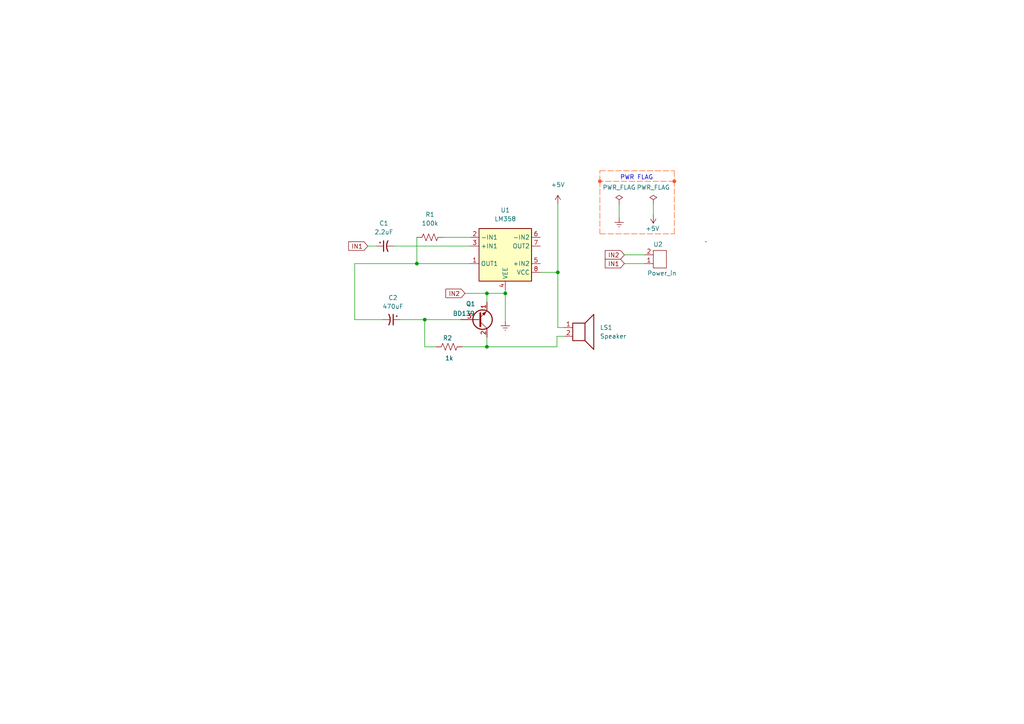
<source format=kicad_sch>
(kicad_sch (version 20211123) (generator eeschema)

  (uuid b988f54a-5f7e-4fc5-aa7f-83177b1a9fb7)

  (paper "A4")

  (title_block
    (title "LM358 Amplifier")
    (date "2022-05-15")
    (rev "v1.1")
    (company "zhrzkn")
  )

  (lib_symbols
    (symbol "Device:C_Polarized_Small_US" (pin_numbers hide) (pin_names (offset 0.254) hide) (in_bom yes) (on_board yes)
      (property "Reference" "C" (id 0) (at 0.254 1.778 0)
        (effects (font (size 1.27 1.27)) (justify left))
      )
      (property "Value" "C_Polarized_Small_US" (id 1) (at 0.254 -2.032 0)
        (effects (font (size 1.27 1.27)) (justify left))
      )
      (property "Footprint" "" (id 2) (at 0 0 0)
        (effects (font (size 1.27 1.27)) hide)
      )
      (property "Datasheet" "~" (id 3) (at 0 0 0)
        (effects (font (size 1.27 1.27)) hide)
      )
      (property "ki_keywords" "cap capacitor" (id 4) (at 0 0 0)
        (effects (font (size 1.27 1.27)) hide)
      )
      (property "ki_description" "Polarized capacitor, small US symbol" (id 5) (at 0 0 0)
        (effects (font (size 1.27 1.27)) hide)
      )
      (property "ki_fp_filters" "CP_*" (id 6) (at 0 0 0)
        (effects (font (size 1.27 1.27)) hide)
      )
      (symbol "C_Polarized_Small_US_0_1"
        (polyline
          (pts
            (xy -1.524 0.508)
            (xy 1.524 0.508)
          )
          (stroke (width 0.3048) (type default) (color 0 0 0 0))
          (fill (type none))
        )
        (polyline
          (pts
            (xy -1.27 1.524)
            (xy -0.762 1.524)
          )
          (stroke (width 0) (type default) (color 0 0 0 0))
          (fill (type none))
        )
        (polyline
          (pts
            (xy -1.016 1.27)
            (xy -1.016 1.778)
          )
          (stroke (width 0) (type default) (color 0 0 0 0))
          (fill (type none))
        )
        (arc (start 1.524 -0.762) (mid 0 -0.3734) (end -1.524 -0.762)
          (stroke (width 0.3048) (type default) (color 0 0 0 0))
          (fill (type none))
        )
      )
      (symbol "C_Polarized_Small_US_1_1"
        (pin passive line (at 0 2.54 270) (length 2.032)
          (name "~" (effects (font (size 1.27 1.27))))
          (number "1" (effects (font (size 1.27 1.27))))
        )
        (pin passive line (at 0 -2.54 90) (length 2.032)
          (name "~" (effects (font (size 1.27 1.27))))
          (number "2" (effects (font (size 1.27 1.27))))
        )
      )
    )
    (symbol "Device:R_US" (pin_numbers hide) (pin_names (offset 0)) (in_bom yes) (on_board yes)
      (property "Reference" "R" (id 0) (at 2.54 0 90)
        (effects (font (size 1.27 1.27)))
      )
      (property "Value" "R_US" (id 1) (at -2.54 0 90)
        (effects (font (size 1.27 1.27)))
      )
      (property "Footprint" "" (id 2) (at 1.016 -0.254 90)
        (effects (font (size 1.27 1.27)) hide)
      )
      (property "Datasheet" "~" (id 3) (at 0 0 0)
        (effects (font (size 1.27 1.27)) hide)
      )
      (property "ki_keywords" "R res resistor" (id 4) (at 0 0 0)
        (effects (font (size 1.27 1.27)) hide)
      )
      (property "ki_description" "Resistor, US symbol" (id 5) (at 0 0 0)
        (effects (font (size 1.27 1.27)) hide)
      )
      (property "ki_fp_filters" "R_*" (id 6) (at 0 0 0)
        (effects (font (size 1.27 1.27)) hide)
      )
      (symbol "R_US_0_1"
        (polyline
          (pts
            (xy 0 -2.286)
            (xy 0 -2.54)
          )
          (stroke (width 0) (type default) (color 0 0 0 0))
          (fill (type none))
        )
        (polyline
          (pts
            (xy 0 2.286)
            (xy 0 2.54)
          )
          (stroke (width 0) (type default) (color 0 0 0 0))
          (fill (type none))
        )
        (polyline
          (pts
            (xy 0 -0.762)
            (xy 1.016 -1.143)
            (xy 0 -1.524)
            (xy -1.016 -1.905)
            (xy 0 -2.286)
          )
          (stroke (width 0) (type default) (color 0 0 0 0))
          (fill (type none))
        )
        (polyline
          (pts
            (xy 0 0.762)
            (xy 1.016 0.381)
            (xy 0 0)
            (xy -1.016 -0.381)
            (xy 0 -0.762)
          )
          (stroke (width 0) (type default) (color 0 0 0 0))
          (fill (type none))
        )
        (polyline
          (pts
            (xy 0 2.286)
            (xy 1.016 1.905)
            (xy 0 1.524)
            (xy -1.016 1.143)
            (xy 0 0.762)
          )
          (stroke (width 0) (type default) (color 0 0 0 0))
          (fill (type none))
        )
      )
      (symbol "R_US_1_1"
        (pin passive line (at 0 3.81 270) (length 1.27)
          (name "~" (effects (font (size 1.27 1.27))))
          (number "1" (effects (font (size 1.27 1.27))))
        )
        (pin passive line (at 0 -3.81 90) (length 1.27)
          (name "~" (effects (font (size 1.27 1.27))))
          (number "2" (effects (font (size 1.27 1.27))))
        )
      )
    )
    (symbol "Device:Speaker" (pin_names (offset 0) hide) (in_bom yes) (on_board yes)
      (property "Reference" "LS" (id 0) (at 1.27 5.715 0)
        (effects (font (size 1.27 1.27)) (justify right))
      )
      (property "Value" "Speaker" (id 1) (at 1.27 3.81 0)
        (effects (font (size 1.27 1.27)) (justify right))
      )
      (property "Footprint" "" (id 2) (at 0 -5.08 0)
        (effects (font (size 1.27 1.27)) hide)
      )
      (property "Datasheet" "~" (id 3) (at -0.254 -1.27 0)
        (effects (font (size 1.27 1.27)) hide)
      )
      (property "ki_keywords" "speaker sound" (id 4) (at 0 0 0)
        (effects (font (size 1.27 1.27)) hide)
      )
      (property "ki_description" "Speaker" (id 5) (at 0 0 0)
        (effects (font (size 1.27 1.27)) hide)
      )
      (symbol "Speaker_0_0"
        (rectangle (start -2.54 1.27) (end 1.016 -3.81)
          (stroke (width 0.254) (type default) (color 0 0 0 0))
          (fill (type none))
        )
        (polyline
          (pts
            (xy 1.016 1.27)
            (xy 3.556 3.81)
            (xy 3.556 -6.35)
            (xy 1.016 -3.81)
          )
          (stroke (width 0.254) (type default) (color 0 0 0 0))
          (fill (type none))
        )
      )
      (symbol "Speaker_1_1"
        (pin input line (at -5.08 0 0) (length 2.54)
          (name "1" (effects (font (size 1.27 1.27))))
          (number "1" (effects (font (size 1.27 1.27))))
        )
        (pin input line (at -5.08 -2.54 0) (length 2.54)
          (name "2" (effects (font (size 1.27 1.27))))
          (number "2" (effects (font (size 1.27 1.27))))
        )
      )
    )
    (symbol "Transistor_BJT:BD139" (pin_names (offset 0) hide) (in_bom yes) (on_board yes)
      (property "Reference" "Q" (id 0) (at 5.08 1.905 0)
        (effects (font (size 1.27 1.27)) (justify left))
      )
      (property "Value" "BD139" (id 1) (at 5.08 0 0)
        (effects (font (size 1.27 1.27)) (justify left))
      )
      (property "Footprint" "Package_TO_SOT_THT:TO-126-3_Vertical" (id 2) (at 5.08 -1.905 0)
        (effects (font (size 1.27 1.27) italic) (justify left) hide)
      )
      (property "Datasheet" "http://www.st.com/internet/com/TECHNICAL_RESOURCES/TECHNICAL_LITERATURE/DATASHEET/CD00001225.pdf" (id 3) (at 0 0 0)
        (effects (font (size 1.27 1.27)) (justify left) hide)
      )
      (property "ki_keywords" "Low Voltage Transistor" (id 4) (at 0 0 0)
        (effects (font (size 1.27 1.27)) hide)
      )
      (property "ki_description" "1.5A Ic, 80V Vce, Low Voltage Transistor, TO-126" (id 5) (at 0 0 0)
        (effects (font (size 1.27 1.27)) hide)
      )
      (property "ki_fp_filters" "TO?126*" (id 6) (at 0 0 0)
        (effects (font (size 1.27 1.27)) hide)
      )
      (symbol "BD139_0_1"
        (polyline
          (pts
            (xy 0 0)
            (xy 0.635 0)
          )
          (stroke (width 0) (type default) (color 0 0 0 0))
          (fill (type none))
        )
        (polyline
          (pts
            (xy 2.54 -2.54)
            (xy 0.635 -0.635)
          )
          (stroke (width 0) (type default) (color 0 0 0 0))
          (fill (type none))
        )
        (polyline
          (pts
            (xy 2.54 2.54)
            (xy 0.635 0.635)
          )
          (stroke (width 0) (type default) (color 0 0 0 0))
          (fill (type none))
        )
        (polyline
          (pts
            (xy 0.635 1.905)
            (xy 0.635 -1.905)
            (xy 0.635 -1.905)
          )
          (stroke (width 0.508) (type default) (color 0 0 0 0))
          (fill (type outline))
        )
        (polyline
          (pts
            (xy 1.2446 -1.778)
            (xy 1.7526 -1.27)
            (xy 2.286 -2.286)
            (xy 1.2446 -1.778)
            (xy 1.2446 -1.778)
          )
          (stroke (width 0) (type default) (color 0 0 0 0))
          (fill (type outline))
        )
        (circle (center 1.27 0) (radius 2.8194)
          (stroke (width 0.3048) (type default) (color 0 0 0 0))
          (fill (type none))
        )
      )
      (symbol "BD139_1_1"
        (pin passive line (at 2.54 -5.08 90) (length 2.54)
          (name "E" (effects (font (size 1.27 1.27))))
          (number "1" (effects (font (size 1.27 1.27))))
        )
        (pin passive line (at 2.54 5.08 270) (length 2.54)
          (name "C" (effects (font (size 1.27 1.27))))
          (number "2" (effects (font (size 1.27 1.27))))
        )
        (pin input line (at -5.08 0 0) (length 5.08)
          (name "B" (effects (font (size 1.27 1.27))))
          (number "3" (effects (font (size 1.27 1.27))))
        )
      )
    )
    (symbol "extra_library:LM358" (in_bom yes) (on_board yes)
      (property "Reference" "U" (id 0) (at 1.524 1.524 0)
        (effects (font (size 1.27 1.27)))
      )
      (property "Value" "LM358" (id 1) (at 9.906 1.524 0)
        (effects (font (size 1.27 1.27)))
      )
      (property "Footprint" "" (id 2) (at 0 0 0)
        (effects (font (size 1.27 1.27)) hide)
      )
      (property "Datasheet" "" (id 3) (at 0 0 0)
        (effects (font (size 1.27 1.27)) hide)
      )
      (symbol "LM358_0_1"
        (rectangle (start 0 0) (end 15.24 -15.24)
          (stroke (width 0.254) (type default) (color 0 0 0 0))
          (fill (type background))
        )
      )
      (symbol "LM358_1_1"
        (pin input line (at -2.54 -10.16 0) (length 2.54)
          (name "OUT1" (effects (font (size 1.27 1.27))))
          (number "1" (effects (font (size 1.27 1.27))))
        )
        (pin input line (at -2.54 -2.54 0) (length 2.54)
          (name "-IN1" (effects (font (size 1.27 1.27))))
          (number "2" (effects (font (size 1.27 1.27))))
        )
        (pin input line (at -2.54 -5.08 0) (length 2.54)
          (name "+IN1" (effects (font (size 1.27 1.27))))
          (number "3" (effects (font (size 1.27 1.27))))
        )
        (pin power_in line (at 7.62 -17.78 90) (length 2.54)
          (name "VEE" (effects (font (size 1.27 1.27))))
          (number "4" (effects (font (size 1.27 1.27))))
        )
        (pin open_collector line (at 17.78 -10.16 180) (length 2.54)
          (name "+IN2" (effects (font (size 1.27 1.27))))
          (number "5" (effects (font (size 1.27 1.27))))
        )
        (pin input line (at 17.78 -2.54 180) (length 2.54)
          (name "-IN2" (effects (font (size 1.27 1.27))))
          (number "6" (effects (font (size 1.27 1.27))))
        )
        (pin input line (at 17.78 -5.08 180) (length 2.54)
          (name "OUT2" (effects (font (size 1.27 1.27))))
          (number "7" (effects (font (size 1.27 1.27))))
        )
        (pin output line (at 17.78 -12.7 180) (length 2.54)
          (name "VCC" (effects (font (size 1.27 1.27))))
          (number "8" (effects (font (size 1.27 1.27))))
        )
      )
    )
    (symbol "extra_library:Power_in" (in_bom yes) (on_board yes)
      (property "Reference" "U" (id 0) (at -1.27 1.27 0)
        (effects (font (size 1.27 1.27)))
      )
      (property "Value" "Power_in" (id 1) (at 2.54 -6.35 0)
        (effects (font (size 1.27 1.27)))
      )
      (property "Footprint" "" (id 2) (at 0 0 0)
        (effects (font (size 1.27 1.27)) hide)
      )
      (property "Datasheet" "" (id 3) (at 0 0 0)
        (effects (font (size 1.27 1.27)) hide)
      )
      (symbol "Power_in_0_1"
        (rectangle (start 0 0) (end 3.81 -5.08)
          (stroke (width 0) (type default) (color 0 0 0 0))
          (fill (type none))
        )
        (circle (center 15.24 2.54) (radius 0.0001)
          (stroke (width 0) (type default) (color 0 0 0 0))
          (fill (type none))
        )
      )
      (symbol "Power_in_1_1"
        (pin input line (at -2.54 -3.81 0) (length 2.54)
          (name "" (effects (font (size 1.27 1.27))))
          (number "1" (effects (font (size 1.27 1.27))))
        )
        (pin input line (at -2.54 -1.27 0) (length 2.54)
          (name "" (effects (font (size 1.27 1.27))))
          (number "2" (effects (font (size 1.27 1.27))))
        )
      )
    )
    (symbol "power:+5V" (power) (pin_names (offset 0)) (in_bom yes) (on_board yes)
      (property "Reference" "#PWR" (id 0) (at 0 -3.81 0)
        (effects (font (size 1.27 1.27)) hide)
      )
      (property "Value" "+5V" (id 1) (at 0 3.556 0)
        (effects (font (size 1.27 1.27)))
      )
      (property "Footprint" "" (id 2) (at 0 0 0)
        (effects (font (size 1.27 1.27)) hide)
      )
      (property "Datasheet" "" (id 3) (at 0 0 0)
        (effects (font (size 1.27 1.27)) hide)
      )
      (property "ki_keywords" "power-flag" (id 4) (at 0 0 0)
        (effects (font (size 1.27 1.27)) hide)
      )
      (property "ki_description" "Power symbol creates a global label with name \"+5V\"" (id 5) (at 0 0 0)
        (effects (font (size 1.27 1.27)) hide)
      )
      (symbol "+5V_0_1"
        (polyline
          (pts
            (xy -0.762 1.27)
            (xy 0 2.54)
          )
          (stroke (width 0) (type default) (color 0 0 0 0))
          (fill (type none))
        )
        (polyline
          (pts
            (xy 0 0)
            (xy 0 2.54)
          )
          (stroke (width 0) (type default) (color 0 0 0 0))
          (fill (type none))
        )
        (polyline
          (pts
            (xy 0 2.54)
            (xy 0.762 1.27)
          )
          (stroke (width 0) (type default) (color 0 0 0 0))
          (fill (type none))
        )
      )
      (symbol "+5V_1_1"
        (pin power_in line (at 0 0 90) (length 0) hide
          (name "+5V" (effects (font (size 1.27 1.27))))
          (number "1" (effects (font (size 1.27 1.27))))
        )
      )
    )
    (symbol "power:Earth" (power) (pin_names (offset 0)) (in_bom yes) (on_board yes)
      (property "Reference" "#PWR" (id 0) (at 0 -6.35 0)
        (effects (font (size 1.27 1.27)) hide)
      )
      (property "Value" "Earth" (id 1) (at 0 -3.81 0)
        (effects (font (size 1.27 1.27)) hide)
      )
      (property "Footprint" "" (id 2) (at 0 0 0)
        (effects (font (size 1.27 1.27)) hide)
      )
      (property "Datasheet" "~" (id 3) (at 0 0 0)
        (effects (font (size 1.27 1.27)) hide)
      )
      (property "ki_keywords" "power-flag ground gnd" (id 4) (at 0 0 0)
        (effects (font (size 1.27 1.27)) hide)
      )
      (property "ki_description" "Power symbol creates a global label with name \"Earth\"" (id 5) (at 0 0 0)
        (effects (font (size 1.27 1.27)) hide)
      )
      (symbol "Earth_0_1"
        (polyline
          (pts
            (xy -0.635 -1.905)
            (xy 0.635 -1.905)
          )
          (stroke (width 0) (type default) (color 0 0 0 0))
          (fill (type none))
        )
        (polyline
          (pts
            (xy -0.127 -2.54)
            (xy 0.127 -2.54)
          )
          (stroke (width 0) (type default) (color 0 0 0 0))
          (fill (type none))
        )
        (polyline
          (pts
            (xy 0 -1.27)
            (xy 0 0)
          )
          (stroke (width 0) (type default) (color 0 0 0 0))
          (fill (type none))
        )
        (polyline
          (pts
            (xy 1.27 -1.27)
            (xy -1.27 -1.27)
          )
          (stroke (width 0) (type default) (color 0 0 0 0))
          (fill (type none))
        )
      )
      (symbol "Earth_1_1"
        (pin power_in line (at 0 0 270) (length 0) hide
          (name "Earth" (effects (font (size 1.27 1.27))))
          (number "1" (effects (font (size 1.27 1.27))))
        )
      )
    )
    (symbol "power:PWR_FLAG" (power) (pin_numbers hide) (pin_names (offset 0) hide) (in_bom yes) (on_board yes)
      (property "Reference" "#FLG" (id 0) (at 0 1.905 0)
        (effects (font (size 1.27 1.27)) hide)
      )
      (property "Value" "PWR_FLAG" (id 1) (at 0 3.81 0)
        (effects (font (size 1.27 1.27)))
      )
      (property "Footprint" "" (id 2) (at 0 0 0)
        (effects (font (size 1.27 1.27)) hide)
      )
      (property "Datasheet" "~" (id 3) (at 0 0 0)
        (effects (font (size 1.27 1.27)) hide)
      )
      (property "ki_keywords" "power-flag" (id 4) (at 0 0 0)
        (effects (font (size 1.27 1.27)) hide)
      )
      (property "ki_description" "Special symbol for telling ERC where power comes from" (id 5) (at 0 0 0)
        (effects (font (size 1.27 1.27)) hide)
      )
      (symbol "PWR_FLAG_0_0"
        (pin power_out line (at 0 0 90) (length 0)
          (name "pwr" (effects (font (size 1.27 1.27))))
          (number "1" (effects (font (size 1.27 1.27))))
        )
      )
      (symbol "PWR_FLAG_0_1"
        (polyline
          (pts
            (xy 0 0)
            (xy 0 1.27)
            (xy -1.016 1.905)
            (xy 0 2.54)
            (xy 1.016 1.905)
            (xy 0 1.27)
          )
          (stroke (width 0) (type default) (color 0 0 0 0))
          (fill (type none))
        )
      )
    )
  )

  (junction (at 173.99 52.578) (diameter 0) (color 255 81 47 1)
    (uuid 20991c90-16bd-4cc3-a668-b262521d4f2a)
  )
  (junction (at 146.558 85.09) (diameter 0) (color 0 0 0 0)
    (uuid 421573eb-55ef-4085-846d-cc9f5bd71231)
  )
  (junction (at 141.224 100.584) (diameter 0) (color 0 0 0 0)
    (uuid 57d4a3e0-8402-4413-8d25-35957fb9df56)
  )
  (junction (at 161.798 78.994) (diameter 0) (color 0 0 0 0)
    (uuid 58468e67-2976-4ca8-9036-e059882200de)
  )
  (junction (at 120.904 76.454) (diameter 0) (color 0 0 0 0)
    (uuid 58894e37-8152-4b03-ba39-ebde4e797103)
  )
  (junction (at 195.58 52.578) (diameter 0) (color 255 75 41 1)
    (uuid 5ecf8ee0-5b6a-41b2-aedc-d0a723783950)
  )
  (junction (at 123.19 92.71) (diameter 0) (color 0 0 0 0)
    (uuid a2f862d4-769e-4c14-9892-e8ee99be99e6)
  )
  (junction (at 141.224 85.09) (diameter 0) (color 0 0 0 0)
    (uuid dd761d4e-7419-4cd1-8d35-345b464349a0)
  )

  (wire (pts (xy 189.484 59.182) (xy 189.484 62.23))
    (stroke (width 0) (type default) (color 0 0 0 0))
    (uuid 08d6d88f-80e3-40d5-af70-05188d9a1628)
  )
  (wire (pts (xy 134.874 85.09) (xy 141.224 85.09))
    (stroke (width 0) (type default) (color 0 0 0 0))
    (uuid 119c921e-ce09-45fc-bb68-fe05c614286c)
  )
  (wire (pts (xy 163.576 94.996) (xy 161.798 94.996))
    (stroke (width 0) (type default) (color 0 0 0 0))
    (uuid 13199731-2aca-4fdc-a16b-cf80fff3f1bc)
  )
  (wire (pts (xy 195.58 49.53) (xy 195.58 52.578))
    (stroke (width 0) (type dash) (color 255 87 19 1))
    (uuid 14ee61b1-2b4b-4ea1-8860-9d32ff4f82d9)
  )
  (wire (pts (xy 173.99 49.53) (xy 195.58 49.53))
    (stroke (width 0) (type dash) (color 255 87 19 1))
    (uuid 1896734f-55a2-4a5f-bbb4-074104b8f3aa)
  )
  (wire (pts (xy 120.904 68.834) (xy 120.904 76.454))
    (stroke (width 0) (type default) (color 0 0 0 0))
    (uuid 18cf6720-13bb-42c5-a673-06b8537738a4)
  )
  (wire (pts (xy 102.87 76.454) (xy 102.87 92.71))
    (stroke (width 0) (type default) (color 0 0 0 0))
    (uuid 23ca5bc5-2e16-4257-bf99-454f34022f83)
  )
  (wire (pts (xy 120.904 76.454) (xy 102.87 76.454))
    (stroke (width 0) (type default) (color 0 0 0 0))
    (uuid 29052e66-c962-4807-851e-32417a75ea97)
  )
  (wire (pts (xy 181.102 76.454) (xy 186.944 76.454))
    (stroke (width 0) (type default) (color 0 0 0 0))
    (uuid 2dce5a23-258e-4741-943c-4be98666ac3b)
  )
  (wire (pts (xy 195.58 67.818) (xy 195.58 52.578))
    (stroke (width 0) (type dash) (color 255 87 19 1))
    (uuid 37d40cd9-2a2e-4d54-b629-e2677db3e9d2)
  )
  (wire (pts (xy 173.99 67.818) (xy 195.58 67.818))
    (stroke (width 0) (type dash) (color 255 87 19 1))
    (uuid 43cdb781-52bb-4c08-abc5-6706a53ab886)
  )
  (wire (pts (xy 123.19 100.584) (xy 123.19 92.71))
    (stroke (width 0) (type default) (color 0 0 0 0))
    (uuid 44f8bc9b-19f7-4a4b-9254-2f6e686afb0f)
  )
  (wire (pts (xy 141.224 87.63) (xy 141.224 85.09))
    (stroke (width 0) (type default) (color 0 0 0 0))
    (uuid 501a162b-ef97-4b2e-a3d9-c986c83f383b)
  )
  (wire (pts (xy 106.68 71.374) (xy 109.22 71.374))
    (stroke (width 0) (type default) (color 0 0 0 0))
    (uuid 5080f8bb-48f1-4b46-897a-5c2ad1c5a7e0)
  )
  (wire (pts (xy 141.224 85.09) (xy 146.558 85.09))
    (stroke (width 0) (type default) (color 0 0 0 0))
    (uuid 51ce74b2-475e-40c9-bf29-31f0efaa3d18)
  )
  (wire (pts (xy 126.492 100.584) (xy 123.19 100.584))
    (stroke (width 0) (type default) (color 0 0 0 0))
    (uuid 5aed618b-f840-4a46-844c-6fb79a03e1a2)
  )
  (wire (pts (xy 161.544 100.584) (xy 141.224 100.584))
    (stroke (width 0) (type default) (color 0 0 0 0))
    (uuid 5d58ba5f-85e0-4d43-98f1-30ca1320ab53)
  )
  (wire (pts (xy 173.99 52.578) (xy 173.99 67.818))
    (stroke (width 0) (type dash) (color 255 87 19 1))
    (uuid 6a9231dc-e5c4-4b8b-a0c6-e6b8b5e783b7)
  )
  (wire (pts (xy 161.798 78.994) (xy 161.798 94.996))
    (stroke (width 0) (type default) (color 0 0 0 0))
    (uuid 6b471cac-b27b-4fc0-851c-8600c6e0f786)
  )
  (wire (pts (xy 102.87 92.71) (xy 110.998 92.71))
    (stroke (width 0) (type default) (color 0 0 0 0))
    (uuid 7cb8546c-289b-4176-aeda-1bde453bcf89)
  )
  (wire (pts (xy 181.102 73.914) (xy 186.944 73.914))
    (stroke (width 0) (type default) (color 0 0 0 0))
    (uuid 7db3cb95-d232-4c7a-9b95-7f4dd49a8b75)
  )
  (wire (pts (xy 136.398 76.454) (xy 120.904 76.454))
    (stroke (width 0) (type default) (color 0 0 0 0))
    (uuid 85d1f9cb-8cc4-4d39-a767-6d06b2b8e142)
  )
  (wire (pts (xy 173.99 52.578) (xy 173.99 49.53))
    (stroke (width 0) (type dash) (color 255 87 19 1))
    (uuid 85d70546-97d9-4f54-a5bd-2594b31d2bb6)
  )
  (wire (pts (xy 179.578 59.182) (xy 179.578 63.246))
    (stroke (width 0) (type default) (color 0 0 0 0))
    (uuid a08eeac3-59a7-4cd7-8e7d-66192ea28ca4)
  )
  (wire (pts (xy 141.224 100.584) (xy 141.224 97.79))
    (stroke (width 0) (type default) (color 0 0 0 0))
    (uuid a8f76867-b2ca-4a97-81a7-6688855a4fc8)
  )
  (wire (pts (xy 161.798 59.182) (xy 161.798 78.994))
    (stroke (width 0) (type default) (color 0 0 0 0))
    (uuid a9d86020-ff6a-4da0-bb0a-412393a90cd9)
  )
  (wire (pts (xy 123.19 92.71) (xy 133.604 92.71))
    (stroke (width 0) (type default) (color 0 0 0 0))
    (uuid ad55b047-9b62-48f5-977e-28c003275c1a)
  )
  (wire (pts (xy 136.398 68.834) (xy 128.524 68.834))
    (stroke (width 0) (type default) (color 0 0 0 0))
    (uuid c4195925-7e36-43a7-95f1-cc374e771a43)
  )
  (wire (pts (xy 195.58 52.578) (xy 173.99 52.578))
    (stroke (width 0) (type dash) (color 255 87 19 1))
    (uuid c9499c3f-8f2b-461e-95d2-10eb4c229f8d)
  )
  (wire (pts (xy 161.544 97.536) (xy 161.544 100.584))
    (stroke (width 0) (type default) (color 0 0 0 0))
    (uuid ca77450c-9f10-4ff1-9b5f-3e7e6740c3c2)
  )
  (wire (pts (xy 156.718 78.994) (xy 161.798 78.994))
    (stroke (width 0) (type default) (color 0 0 0 0))
    (uuid d2e9daf8-2ec4-4e57-98e8-81e444b2056e)
  )
  (wire (pts (xy 146.558 85.09) (xy 146.558 84.074))
    (stroke (width 0) (type default) (color 0 0 0 0))
    (uuid deeb0ce3-4ff1-4966-b9ae-cc9eb11cda10)
  )
  (wire (pts (xy 163.576 97.536) (xy 161.544 97.536))
    (stroke (width 0) (type default) (color 0 0 0 0))
    (uuid dfe66013-2136-40e1-bcff-637c9081070d)
  )
  (wire (pts (xy 116.078 92.71) (xy 123.19 92.71))
    (stroke (width 0) (type default) (color 0 0 0 0))
    (uuid e003f216-546d-4beb-a8c6-c7b38de1979b)
  )
  (wire (pts (xy 134.112 100.584) (xy 141.224 100.584))
    (stroke (width 0) (type default) (color 0 0 0 0))
    (uuid e1c93107-36f9-488b-b077-3b7b66df55ce)
  )
  (wire (pts (xy 146.558 85.09) (xy 146.558 93.218))
    (stroke (width 0) (type default) (color 0 0 0 0))
    (uuid ecba0b4b-9563-4f45-92da-fce8dfbf48a9)
  )
  (wire (pts (xy 114.3 71.374) (xy 136.398 71.374))
    (stroke (width 0) (type default) (color 0 0 0 0))
    (uuid f78044cc-36e2-4e8f-9ef2-e58c2bdf6c14)
  )

  (text "PWR FLAG\n" (at 179.832 52.324 0)
    (effects (font (size 1.27 1.27)) (justify left bottom))
    (uuid e1e2bcf5-20d9-4379-9692-02e7ae61a6c1)
  )

  (global_label "IN1" (shape input) (at 181.102 76.454 180) (fields_autoplaced)
    (effects (font (size 1.27 1.27)) (justify right))
    (uuid 0362a497-ddb9-43f7-8e61-6a55cf8d05f0)
    (property "Intersheet References" "${INTERSHEET_REFS}" (id 0) (at 175.5441 76.3746 0)
      (effects (font (size 1.27 1.27)) (justify right) hide)
    )
  )
  (global_label "IN2" (shape input) (at 181.102 73.914 180) (fields_autoplaced)
    (effects (font (size 1.27 1.27)) (justify right))
    (uuid 2ac68bca-7e8d-468b-9949-8984133155ab)
    (property "Intersheet References" "${INTERSHEET_REFS}" (id 0) (at 175.5441 73.8346 0)
      (effects (font (size 1.27 1.27)) (justify right) hide)
    )
  )
  (global_label "IN2" (shape input) (at 134.874 85.09 180) (fields_autoplaced)
    (effects (font (size 1.27 1.27)) (justify right))
    (uuid bd5fe155-bf71-41ae-99c6-ac9cf6b77bbc)
    (property "Intersheet References" "${INTERSHEET_REFS}" (id 0) (at 129.3161 85.0106 0)
      (effects (font (size 1.27 1.27)) (justify right) hide)
    )
  )
  (global_label "IN1" (shape input) (at 106.68 71.374 180) (fields_autoplaced)
    (effects (font (size 1.27 1.27)) (justify right))
    (uuid c3383f2f-0dd4-4e62-8335-3df4ff76c825)
    (property "Intersheet References" "${INTERSHEET_REFS}" (id 0) (at 101.1221 71.2946 0)
      (effects (font (size 1.27 1.27)) (justify right) hide)
    )
  )

  (symbol (lib_id "power:Earth") (at 179.578 63.246 0) (unit 1)
    (in_bom yes) (on_board yes) (fields_autoplaced)
    (uuid 1cb8beb3-c888-4724-a6f3-fd0ff86e650c)
    (property "Reference" "#PWR03" (id 0) (at 179.578 69.596 0)
      (effects (font (size 1.27 1.27)) hide)
    )
    (property "Value" "Earth" (id 1) (at 179.578 67.056 0)
      (effects (font (size 1.27 1.27)) hide)
    )
    (property "Footprint" "" (id 2) (at 179.578 63.246 0)
      (effects (font (size 1.27 1.27)) hide)
    )
    (property "Datasheet" "~" (id 3) (at 179.578 63.246 0)
      (effects (font (size 1.27 1.27)) hide)
    )
    (pin "1" (uuid afde4a58-af5f-410c-ba0c-6d4cc8d7ad9a))
  )

  (symbol (lib_id "power:PWR_FLAG") (at 179.578 59.182 0) (unit 1)
    (in_bom yes) (on_board yes) (fields_autoplaced)
    (uuid 24db4532-89c0-4376-b454-737cbcb4d4c8)
    (property "Reference" "#FLG01" (id 0) (at 179.578 57.277 0)
      (effects (font (size 1.27 1.27)) hide)
    )
    (property "Value" "PWR_FLAG" (id 1) (at 179.578 54.356 0))
    (property "Footprint" "" (id 2) (at 179.578 59.182 0)
      (effects (font (size 1.27 1.27)) hide)
    )
    (property "Datasheet" "~" (id 3) (at 179.578 59.182 0)
      (effects (font (size 1.27 1.27)) hide)
    )
    (pin "1" (uuid 8b95f44b-bb41-4f96-bcba-61450df0eb62))
  )

  (symbol (lib_id "extra_library:Power_in") (at 189.484 72.644 0) (unit 1)
    (in_bom yes) (on_board yes)
    (uuid 358c1b07-1813-477d-9160-104297156790)
    (property "Reference" "U2" (id 0) (at 189.484 70.866 0)
      (effects (font (size 1.27 1.27)) (justify left))
    )
    (property "Value" "Power_in" (id 1) (at 187.706 79.248 0)
      (effects (font (size 1.27 1.27)) (justify left))
    )
    (property "Footprint" "TerminalBlock:TerminalBlock_bornier-2_P5.08mm" (id 2) (at 189.484 72.644 0)
      (effects (font (size 1.27 1.27)) hide)
    )
    (property "Datasheet" "" (id 3) (at 189.484 72.644 0)
      (effects (font (size 1.27 1.27)) hide)
    )
    (pin "1" (uuid 92829f52-2014-40cb-9a83-e2001759ed75))
    (pin "2" (uuid a5b1fe21-970c-4916-bc0d-c3954b13763b))
  )

  (symbol (lib_id "Device:R_US") (at 130.302 100.584 90) (unit 1)
    (in_bom yes) (on_board yes)
    (uuid 3ce5335c-4a1f-4074-9aef-67e48378c654)
    (property "Reference" "R2" (id 0) (at 129.794 98.044 90))
    (property "Value" "1k" (id 1) (at 130.302 103.886 90))
    (property "Footprint" "Resistor_THT:R_Axial_DIN0204_L3.6mm_D1.6mm_P2.54mm_Vertical" (id 2) (at 130.556 99.568 90)
      (effects (font (size 1.27 1.27)) hide)
    )
    (property "Datasheet" "~" (id 3) (at 130.302 100.584 0)
      (effects (font (size 1.27 1.27)) hide)
    )
    (pin "1" (uuid 6283a952-0f9f-4ebe-87ca-5b5b6c40da38))
    (pin "2" (uuid 87c1d98f-6fdb-4137-9801-dcdd552307a7))
  )

  (symbol (lib_id "power:+5V") (at 189.484 62.23 180) (unit 1)
    (in_bom yes) (on_board yes)
    (uuid 45208dfd-3aca-4421-801b-82837729bfa4)
    (property "Reference" "#PWR02" (id 0) (at 189.484 58.42 0)
      (effects (font (size 1.27 1.27)) hide)
    )
    (property "Value" "+5V" (id 1) (at 187.198 66.294 0)
      (effects (font (size 1.27 1.27)) (justify right))
    )
    (property "Footprint" "" (id 2) (at 189.484 62.23 0)
      (effects (font (size 1.27 1.27)) hide)
    )
    (property "Datasheet" "" (id 3) (at 189.484 62.23 0)
      (effects (font (size 1.27 1.27)) hide)
    )
    (pin "1" (uuid 2f2ce50d-6632-4b6b-8fa2-55cfe51ae108))
  )

  (symbol (lib_id "power:PWR_FLAG") (at 189.484 59.182 0) (unit 1)
    (in_bom yes) (on_board yes) (fields_autoplaced)
    (uuid 54ef8172-0ea6-4c4e-a446-2d38f8ec2326)
    (property "Reference" "#FLG02" (id 0) (at 189.484 57.277 0)
      (effects (font (size 1.27 1.27)) hide)
    )
    (property "Value" "PWR_FLAG" (id 1) (at 189.484 54.356 0))
    (property "Footprint" "" (id 2) (at 189.484 59.182 0)
      (effects (font (size 1.27 1.27)) hide)
    )
    (property "Datasheet" "~" (id 3) (at 189.484 59.182 0)
      (effects (font (size 1.27 1.27)) hide)
    )
    (pin "1" (uuid b3da606f-0c96-4e8a-9618-ad8c22b5899f))
  )

  (symbol (lib_id "Transistor_BJT:BD139") (at 138.684 92.71 0) (mirror x) (unit 1)
    (in_bom yes) (on_board yes)
    (uuid 5825e89b-bb1f-466c-b853-ed89f00ff65c)
    (property "Reference" "Q1" (id 0) (at 135.128 88.138 0)
      (effects (font (size 1.27 1.27)) (justify left))
    )
    (property "Value" "BD139" (id 1) (at 131.318 90.932 0)
      (effects (font (size 1.27 1.27)) (justify left))
    )
    (property "Footprint" "Package_TO_SOT_THT:TO-126-3_Vertical" (id 2) (at 143.764 90.805 0)
      (effects (font (size 1.27 1.27) italic) (justify left) hide)
    )
    (property "Datasheet" "http://www.st.com/internet/com/TECHNICAL_RESOURCES/TECHNICAL_LITERATURE/DATASHEET/CD00001225.pdf" (id 3) (at 138.684 92.71 0)
      (effects (font (size 1.27 1.27)) (justify left) hide)
    )
    (pin "1" (uuid 3f8ec471-e62a-4da6-be19-aa7e02b5930b))
    (pin "2" (uuid b345cf37-e66b-4ff4-a7de-0bb854de0ae2))
    (pin "3" (uuid 29feca35-1cd0-4301-a795-d8f24694e26a))
  )

  (symbol (lib_id "extra_library:LM358") (at 138.938 66.294 0) (unit 1)
    (in_bom yes) (on_board yes) (fields_autoplaced)
    (uuid 6f0a864f-96fa-428f-a111-18b74cec2d08)
    (property "Reference" "U1" (id 0) (at 146.558 60.96 0))
    (property "Value" "LM358" (id 1) (at 146.558 63.5 0))
    (property "Footprint" "extra_library:LM358" (id 2) (at 138.938 66.294 0)
      (effects (font (size 1.27 1.27)) hide)
    )
    (property "Datasheet" "" (id 3) (at 138.938 66.294 0)
      (effects (font (size 1.27 1.27)) hide)
    )
    (pin "1" (uuid 470865c0-284a-48cd-aa63-cc7b6c549c5f))
    (pin "2" (uuid 037db071-e09c-4e0b-9b54-b51c3755b902))
    (pin "3" (uuid 7ba4ae1a-3631-4a94-93c7-666ab73bb16a))
    (pin "4" (uuid c3aa17b4-caf8-4766-9979-81f3ae3ccc09))
    (pin "5" (uuid 2f03c946-a792-406c-acd4-3a26c6dcb764))
    (pin "6" (uuid 885355a5-5de3-496d-be74-42d51c113001))
    (pin "7" (uuid d204a675-7800-4eda-b193-8bcfe04012a5))
    (pin "8" (uuid eae97de9-c57b-4a05-9621-508312f1a7f5))
  )

  (symbol (lib_id "Device:R_US") (at 124.714 68.834 90) (unit 1)
    (in_bom yes) (on_board yes) (fields_autoplaced)
    (uuid 98e69fd2-3f78-4faa-ae4a-0941b492c8e6)
    (property "Reference" "R1" (id 0) (at 124.714 62.23 90))
    (property "Value" "100k" (id 1) (at 124.714 64.77 90))
    (property "Footprint" "Resistor_THT:R_Axial_DIN0204_L3.6mm_D1.6mm_P5.08mm_Horizontal" (id 2) (at 124.968 67.818 90)
      (effects (font (size 1.27 1.27)) hide)
    )
    (property "Datasheet" "~" (id 3) (at 124.714 68.834 0)
      (effects (font (size 1.27 1.27)) hide)
    )
    (pin "1" (uuid 18d8ec01-e20c-44b1-a37d-aec123742da6))
    (pin "2" (uuid 2a2f5e73-b050-478d-9617-ec69846d97c1))
  )

  (symbol (lib_id "power:+5V") (at 161.798 59.182 0) (unit 1)
    (in_bom yes) (on_board yes) (fields_autoplaced)
    (uuid c93a3b03-58e5-4bd5-952d-51213d3eb5f4)
    (property "Reference" "#PWR01" (id 0) (at 161.798 62.992 0)
      (effects (font (size 1.27 1.27)) hide)
    )
    (property "Value" "+5V" (id 1) (at 161.798 53.594 0))
    (property "Footprint" "" (id 2) (at 161.798 59.182 0)
      (effects (font (size 1.27 1.27)) hide)
    )
    (property "Datasheet" "" (id 3) (at 161.798 59.182 0)
      (effects (font (size 1.27 1.27)) hide)
    )
    (pin "1" (uuid 99d88c33-9391-4060-b0d3-c267e5007e0d))
  )

  (symbol (lib_id "power:Earth") (at 146.558 93.218 0) (unit 1)
    (in_bom yes) (on_board yes) (fields_autoplaced)
    (uuid db227621-5e12-437a-aff4-2f5d1dfdb71d)
    (property "Reference" "#PWR04" (id 0) (at 146.558 99.568 0)
      (effects (font (size 1.27 1.27)) hide)
    )
    (property "Value" "Earth" (id 1) (at 146.558 97.028 0)
      (effects (font (size 1.27 1.27)) hide)
    )
    (property "Footprint" "" (id 2) (at 146.558 93.218 0)
      (effects (font (size 1.27 1.27)) hide)
    )
    (property "Datasheet" "~" (id 3) (at 146.558 93.218 0)
      (effects (font (size 1.27 1.27)) hide)
    )
    (pin "1" (uuid 30566dfd-85df-47b6-868a-5699d01c2f91))
  )

  (symbol (lib_id "Device:Speaker") (at 168.656 94.996 0) (unit 1)
    (in_bom yes) (on_board yes) (fields_autoplaced)
    (uuid e1478df5-0e24-407f-9550-2df55fb66796)
    (property "Reference" "LS1" (id 0) (at 173.99 94.9959 0)
      (effects (font (size 1.27 1.27)) (justify left))
    )
    (property "Value" "Speaker" (id 1) (at 173.99 97.5359 0)
      (effects (font (size 1.27 1.27)) (justify left))
    )
    (property "Footprint" "Buzzer_Beeper:Buzzer_15x7.5RM7.6" (id 2) (at 168.656 100.076 0)
      (effects (font (size 1.27 1.27)) hide)
    )
    (property "Datasheet" "~" (id 3) (at 168.402 96.266 0)
      (effects (font (size 1.27 1.27)) hide)
    )
    (pin "1" (uuid c876528f-e4d6-4dd7-a462-76f98cb8f2d8))
    (pin "2" (uuid 63386b00-4837-4b5f-b026-5f009728c939))
  )

  (symbol (lib_id "Device:C_Polarized_Small_US") (at 111.76 71.374 90) (mirror x) (unit 1)
    (in_bom yes) (on_board yes) (fields_autoplaced)
    (uuid e7069682-66be-4626-b9f7-794f9024cbee)
    (property "Reference" "C1" (id 0) (at 111.3282 64.77 90))
    (property "Value" "2.2uF" (id 1) (at 111.3282 67.31 90))
    (property "Footprint" "Capacitor_THT:CP_Radial_D7.5mm_P2.50mm" (id 2) (at 111.76 71.374 0)
      (effects (font (size 1.27 1.27)) hide)
    )
    (property "Datasheet" "~" (id 3) (at 111.76 71.374 0)
      (effects (font (size 1.27 1.27)) hide)
    )
    (pin "1" (uuid a93481be-229c-4ca6-b6f7-2e561c4c8d5e))
    (pin "2" (uuid 842bff59-d39d-4dfe-9293-1d96516587c2))
  )

  (symbol (lib_id "Device:C_Polarized_Small_US") (at 113.538 92.71 270) (unit 1)
    (in_bom yes) (on_board yes) (fields_autoplaced)
    (uuid f5210987-fa5b-4a0b-91ae-2fd87536e689)
    (property "Reference" "C2" (id 0) (at 113.9698 86.36 90))
    (property "Value" "470uF" (id 1) (at 113.9698 88.9 90))
    (property "Footprint" "Capacitor_THT:CP_Radial_D8.0mm_P5.00mm" (id 2) (at 113.538 92.71 0)
      (effects (font (size 1.27 1.27)) hide)
    )
    (property "Datasheet" "~" (id 3) (at 113.538 92.71 0)
      (effects (font (size 1.27 1.27)) hide)
    )
    (pin "1" (uuid d168b0f1-f29f-4196-957c-66e8a5d90543))
    (pin "2" (uuid f943bb28-15c6-4438-a4e9-903f4b103bb2))
  )

  (sheet_instances
    (path "/" (page "1"))
  )

  (symbol_instances
    (path "/24db4532-89c0-4376-b454-737cbcb4d4c8"
      (reference "#FLG01") (unit 1) (value "PWR_FLAG") (footprint "")
    )
    (path "/54ef8172-0ea6-4c4e-a446-2d38f8ec2326"
      (reference "#FLG02") (unit 1) (value "PWR_FLAG") (footprint "")
    )
    (path "/c93a3b03-58e5-4bd5-952d-51213d3eb5f4"
      (reference "#PWR01") (unit 1) (value "+5V") (footprint "")
    )
    (path "/45208dfd-3aca-4421-801b-82837729bfa4"
      (reference "#PWR02") (unit 1) (value "+5V") (footprint "")
    )
    (path "/1cb8beb3-c888-4724-a6f3-fd0ff86e650c"
      (reference "#PWR03") (unit 1) (value "Earth") (footprint "")
    )
    (path "/db227621-5e12-437a-aff4-2f5d1dfdb71d"
      (reference "#PWR04") (unit 1) (value "Earth") (footprint "")
    )
    (path "/e7069682-66be-4626-b9f7-794f9024cbee"
      (reference "C1") (unit 1) (value "2.2uF") (footprint "Capacitor_THT:CP_Radial_D7.5mm_P2.50mm")
    )
    (path "/f5210987-fa5b-4a0b-91ae-2fd87536e689"
      (reference "C2") (unit 1) (value "470uF") (footprint "Capacitor_THT:CP_Radial_D8.0mm_P5.00mm")
    )
    (path "/e1478df5-0e24-407f-9550-2df55fb66796"
      (reference "LS1") (unit 1) (value "Speaker") (footprint "Buzzer_Beeper:Buzzer_15x7.5RM7.6")
    )
    (path "/5825e89b-bb1f-466c-b853-ed89f00ff65c"
      (reference "Q1") (unit 1) (value "BD139") (footprint "Package_TO_SOT_THT:TO-126-3_Vertical")
    )
    (path "/98e69fd2-3f78-4faa-ae4a-0941b492c8e6"
      (reference "R1") (unit 1) (value "100k") (footprint "Resistor_THT:R_Axial_DIN0204_L3.6mm_D1.6mm_P5.08mm_Horizontal")
    )
    (path "/3ce5335c-4a1f-4074-9aef-67e48378c654"
      (reference "R2") (unit 1) (value "1k") (footprint "Resistor_THT:R_Axial_DIN0204_L3.6mm_D1.6mm_P2.54mm_Vertical")
    )
    (path "/6f0a864f-96fa-428f-a111-18b74cec2d08"
      (reference "U1") (unit 1) (value "LM358") (footprint "extra_library:LM358")
    )
    (path "/358c1b07-1813-477d-9160-104297156790"
      (reference "U2") (unit 1) (value "Power_in") (footprint "TerminalBlock:TerminalBlock_bornier-2_P5.08mm")
    )
  )
)

</source>
